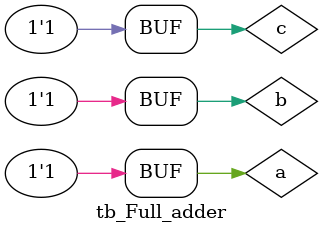
<source format=v>
module tb_Full_adder;
    //input
    reg a,b,c;
    //output
    wire S,C;
    Full_adder uut(
        .a(a),
        .b(b),
        .c(c),
        .S(S),
        .C(C)
    );
    initial begin 
        a=0;
        b=0;
        c=0;
        //case1
        #200;
        a=1;
        b=1;
        c=0;
        //case2
        #200;
        a=1;
        b=0;
        c=0;
        //case3
        #200;
        a=1;
        b=1;
        c=1;
    end
endmodule
</source>
